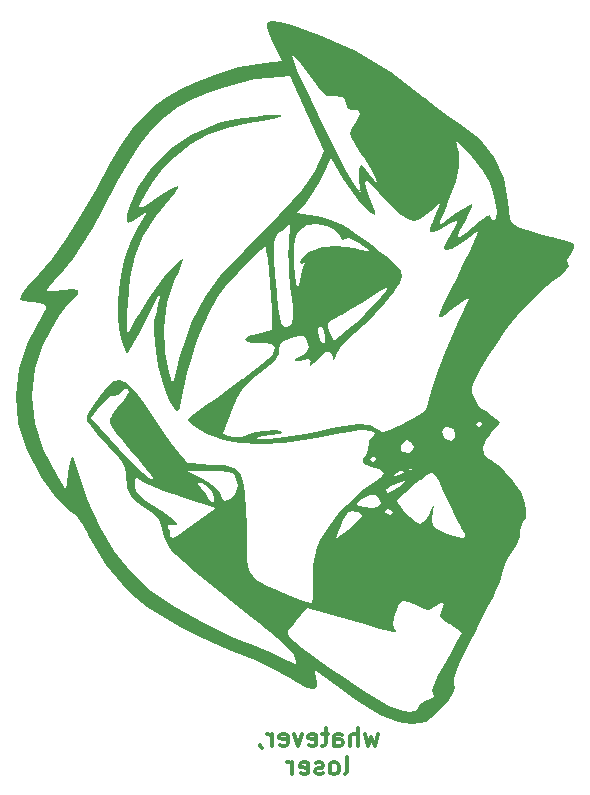
<source format=gbo>
G04 #@! TF.GenerationSoftware,KiCad,Pcbnew,6.0.8*
G04 #@! TF.CreationDate,2022-10-09T16:44:11-07:00*
G04 #@! TF.ProjectId,interposer,696e7465-7270-46f7-9365-722e6b696361,v4.0*
G04 #@! TF.SameCoordinates,Original*
G04 #@! TF.FileFunction,Legend,Bot*
G04 #@! TF.FilePolarity,Positive*
%FSLAX46Y46*%
G04 Gerber Fmt 4.6, Leading zero omitted, Abs format (unit mm)*
G04 Created by KiCad (PCBNEW 6.0.8) date 2022-10-09 16:44:11*
%MOMM*%
%LPD*%
G01*
G04 APERTURE LIST*
%ADD10C,0.300000*%
%ADD11C,7.200000*%
%ADD12C,2.300000*%
G04 APERTURE END LIST*
D10*
X105115714Y-68001071D02*
X104830000Y-69001071D01*
X104544285Y-68286785D01*
X104258571Y-69001071D01*
X103972857Y-68001071D01*
X103401428Y-69001071D02*
X103401428Y-67501071D01*
X102758571Y-69001071D02*
X102758571Y-68215357D01*
X102830000Y-68072500D01*
X102972857Y-68001071D01*
X103187142Y-68001071D01*
X103330000Y-68072500D01*
X103401428Y-68143928D01*
X101401428Y-69001071D02*
X101401428Y-68215357D01*
X101472857Y-68072500D01*
X101615714Y-68001071D01*
X101901428Y-68001071D01*
X102044285Y-68072500D01*
X101401428Y-68929642D02*
X101544285Y-69001071D01*
X101901428Y-69001071D01*
X102044285Y-68929642D01*
X102115714Y-68786785D01*
X102115714Y-68643928D01*
X102044285Y-68501071D01*
X101901428Y-68429642D01*
X101544285Y-68429642D01*
X101401428Y-68358214D01*
X100901428Y-68001071D02*
X100330000Y-68001071D01*
X100687142Y-67501071D02*
X100687142Y-68786785D01*
X100615714Y-68929642D01*
X100472857Y-69001071D01*
X100330000Y-69001071D01*
X99258571Y-68929642D02*
X99401428Y-69001071D01*
X99687142Y-69001071D01*
X99830000Y-68929642D01*
X99901428Y-68786785D01*
X99901428Y-68215357D01*
X99830000Y-68072500D01*
X99687142Y-68001071D01*
X99401428Y-68001071D01*
X99258571Y-68072500D01*
X99187142Y-68215357D01*
X99187142Y-68358214D01*
X99901428Y-68501071D01*
X98687142Y-68001071D02*
X98330000Y-69001071D01*
X97972857Y-68001071D01*
X96830000Y-68929642D02*
X96972857Y-69001071D01*
X97258571Y-69001071D01*
X97401428Y-68929642D01*
X97472857Y-68786785D01*
X97472857Y-68215357D01*
X97401428Y-68072500D01*
X97258571Y-68001071D01*
X96972857Y-68001071D01*
X96830000Y-68072500D01*
X96758571Y-68215357D01*
X96758571Y-68358214D01*
X97472857Y-68501071D01*
X96115714Y-69001071D02*
X96115714Y-68001071D01*
X96115714Y-68286785D02*
X96044285Y-68143928D01*
X95972857Y-68072500D01*
X95830000Y-68001071D01*
X95687142Y-68001071D01*
X95115714Y-68929642D02*
X95115714Y-69001071D01*
X95187142Y-69143928D01*
X95258571Y-69215357D01*
X102294285Y-71416071D02*
X102437142Y-71344642D01*
X102508571Y-71201785D01*
X102508571Y-69916071D01*
X101508571Y-71416071D02*
X101651428Y-71344642D01*
X101722857Y-71273214D01*
X101794285Y-71130357D01*
X101794285Y-70701785D01*
X101722857Y-70558928D01*
X101651428Y-70487500D01*
X101508571Y-70416071D01*
X101294285Y-70416071D01*
X101151428Y-70487500D01*
X101080000Y-70558928D01*
X101008571Y-70701785D01*
X101008571Y-71130357D01*
X101080000Y-71273214D01*
X101151428Y-71344642D01*
X101294285Y-71416071D01*
X101508571Y-71416071D01*
X100437142Y-71344642D02*
X100294285Y-71416071D01*
X100008571Y-71416071D01*
X99865714Y-71344642D01*
X99794285Y-71201785D01*
X99794285Y-71130357D01*
X99865714Y-70987500D01*
X100008571Y-70916071D01*
X100222857Y-70916071D01*
X100365714Y-70844642D01*
X100437142Y-70701785D01*
X100437142Y-70630357D01*
X100365714Y-70487500D01*
X100222857Y-70416071D01*
X100008571Y-70416071D01*
X99865714Y-70487500D01*
X98580000Y-71344642D02*
X98722857Y-71416071D01*
X99008571Y-71416071D01*
X99151428Y-71344642D01*
X99222857Y-71201785D01*
X99222857Y-70630357D01*
X99151428Y-70487500D01*
X99008571Y-70416071D01*
X98722857Y-70416071D01*
X98580000Y-70487500D01*
X98508571Y-70630357D01*
X98508571Y-70773214D01*
X99222857Y-70916071D01*
X97865714Y-71416071D02*
X97865714Y-70416071D01*
X97865714Y-70701785D02*
X97794285Y-70558928D01*
X97722857Y-70487500D01*
X97580000Y-70416071D01*
X97437142Y-70416071D01*
X106792571Y-52248000D02*
X106937714Y-52175428D01*
X107155428Y-52175428D01*
X107373142Y-52248000D01*
X107518285Y-52393142D01*
X107590857Y-52538285D01*
X107663428Y-52828571D01*
X107663428Y-53046285D01*
X107590857Y-53336571D01*
X107518285Y-53481714D01*
X107373142Y-53626857D01*
X107155428Y-53699428D01*
X107010285Y-53699428D01*
X106792571Y-53626857D01*
X106720000Y-53554285D01*
X106720000Y-53046285D01*
X107010285Y-53046285D01*
X105849142Y-52175428D02*
X105849142Y-52538285D01*
X106212000Y-52393142D02*
X105849142Y-52538285D01*
X105486285Y-52393142D01*
X106066857Y-52828571D02*
X105849142Y-52538285D01*
X105631428Y-52828571D01*
X104688000Y-52175428D02*
X104688000Y-52538285D01*
X105050857Y-52393142D02*
X104688000Y-52538285D01*
X104325142Y-52393142D01*
X104905714Y-52828571D02*
X104688000Y-52538285D01*
X104470285Y-52828571D01*
X103526857Y-52175428D02*
X103526857Y-52538285D01*
X103889714Y-52393142D02*
X103526857Y-52538285D01*
X103164000Y-52393142D01*
X103744571Y-52828571D02*
X103526857Y-52538285D01*
X103309142Y-52828571D01*
G36*
X118760855Y-25649221D02*
G01*
X119787255Y-25921587D01*
X119857104Y-25938870D01*
X120731784Y-26173472D01*
X121400824Y-26384651D01*
X121724299Y-26528562D01*
X121735156Y-26540524D01*
X121710096Y-26855050D01*
X121424836Y-27334051D01*
X121118653Y-27852876D01*
X121188104Y-28217908D01*
X121242863Y-28346568D01*
X121038010Y-28731950D01*
X120404788Y-29314234D01*
X119960854Y-29674005D01*
X118923742Y-30536067D01*
X118133482Y-31246175D01*
X117479267Y-31914770D01*
X116850289Y-32652295D01*
X116135742Y-33569190D01*
X115886859Y-33902227D01*
X115092507Y-35030828D01*
X114343223Y-36179550D01*
X113773395Y-37144976D01*
X113459974Y-37730699D01*
X113155780Y-38365467D01*
X113046139Y-38798443D01*
X113103997Y-39172329D01*
X113302300Y-39629827D01*
X113378128Y-39783668D01*
X113675985Y-40286156D01*
X113884723Y-40489472D01*
X113910132Y-40493501D01*
X114245462Y-40677224D01*
X114749193Y-41049766D01*
X115438582Y-41608823D01*
X115331288Y-41733333D01*
X114687522Y-42480392D01*
X114554525Y-42653026D01*
X114310926Y-42969224D01*
X113977688Y-43724293D01*
X113969905Y-43741928D01*
X114091094Y-44359660D01*
X114528786Y-44721568D01*
X114674384Y-44841957D01*
X115250055Y-45201887D01*
X115662927Y-45593137D01*
X115860957Y-45780796D01*
X116319770Y-46215582D01*
X117189417Y-47513118D01*
X117459257Y-48162014D01*
X117642762Y-48990266D01*
X117634851Y-49679435D01*
X117421569Y-50075490D01*
X117262053Y-50319899D01*
X117172549Y-50853616D01*
X117138265Y-51218864D01*
X117093403Y-51348309D01*
X116827871Y-52114467D01*
X116301136Y-52814706D01*
X116205249Y-52931550D01*
X115942721Y-53458441D01*
X115692670Y-54184313D01*
X115619388Y-54440239D01*
X115489287Y-54858043D01*
X115332754Y-55283606D01*
X115116373Y-55789523D01*
X114806727Y-56448389D01*
X114370397Y-57332801D01*
X113773968Y-58515354D01*
X113299693Y-59447934D01*
X112984023Y-60068644D01*
X112650370Y-60731269D01*
X112088878Y-61909806D01*
X111741142Y-62766075D01*
X111579651Y-63373108D01*
X111576891Y-63803938D01*
X111603985Y-64146190D01*
X111482832Y-64574348D01*
X111123507Y-65094195D01*
X110459561Y-65825980D01*
X110242110Y-66052328D01*
X109630060Y-66645825D01*
X109156426Y-66969463D01*
X108671253Y-67103418D01*
X108024585Y-67127864D01*
X106833412Y-66975206D01*
X105242862Y-66373867D01*
X103507179Y-65309436D01*
X102971218Y-64925665D01*
X101984171Y-64218261D01*
X101050855Y-63548746D01*
X99745827Y-62611976D01*
X99893099Y-63348336D01*
X99910775Y-63442895D01*
X99915514Y-64016600D01*
X99649421Y-64230243D01*
X99083911Y-64087945D01*
X98190405Y-63593829D01*
X97632500Y-63252859D01*
X96252189Y-62491011D01*
X94729226Y-61775528D01*
X92893137Y-61023699D01*
X91761552Y-60557760D01*
X90059623Y-59776107D01*
X88380581Y-58921314D01*
X86835861Y-58053825D01*
X85536895Y-57234087D01*
X84595114Y-56522544D01*
X83909653Y-55882601D01*
X82091697Y-53733608D01*
X80563828Y-51182723D01*
X80526555Y-51108910D01*
X80103231Y-50321500D01*
X79746531Y-49742051D01*
X79530280Y-49491377D01*
X79098607Y-49234700D01*
X78401303Y-48617877D01*
X77650421Y-47788061D01*
X76962177Y-46864144D01*
X76578138Y-46263602D01*
X75373804Y-43929832D01*
X74663129Y-41635317D01*
X74446112Y-39363859D01*
X75846954Y-39363859D01*
X76078020Y-41637962D01*
X76767448Y-43897265D01*
X77905366Y-46082160D01*
X78694755Y-47318243D01*
X78888237Y-45973818D01*
X78984700Y-45360891D01*
X79135483Y-44693134D01*
X79274184Y-44494802D01*
X79408320Y-44748181D01*
X79547247Y-45229344D01*
X80488269Y-48066991D01*
X81542752Y-50485607D01*
X82762714Y-52551123D01*
X84200171Y-54329465D01*
X85907139Y-55886564D01*
X87935635Y-57288349D01*
X90337674Y-58600747D01*
X90585426Y-58722947D01*
X91746692Y-59285179D01*
X92774274Y-59766471D01*
X93564507Y-60119042D01*
X94013726Y-60295111D01*
X94386992Y-60423815D01*
X95150222Y-60726747D01*
X96005882Y-61096997D01*
X96621893Y-61378069D01*
X97352715Y-61719265D01*
X97811275Y-61943022D01*
X97901253Y-61988883D01*
X98184215Y-62077602D01*
X98199304Y-61875467D01*
X97964620Y-61307470D01*
X97810965Y-61079474D01*
X97298479Y-60533797D01*
X96547929Y-59851896D01*
X96191273Y-59561569D01*
X97495932Y-59561569D01*
X97661311Y-59865136D01*
X98048223Y-60248284D01*
X98693447Y-60752948D01*
X99633764Y-61421062D01*
X100905953Y-62294563D01*
X102546792Y-63415384D01*
X103144780Y-63819032D01*
X104209092Y-64512881D01*
X105173074Y-65113474D01*
X105883390Y-65523915D01*
X106059260Y-65614028D01*
X106950511Y-65970108D01*
X107717284Y-66125006D01*
X108254446Y-66067929D01*
X108456863Y-65788086D01*
X108458641Y-65763839D01*
X108703490Y-65447787D01*
X109235909Y-65167339D01*
X109504759Y-65064252D01*
X109824988Y-64836541D01*
X109746400Y-64572173D01*
X109687700Y-64308038D01*
X109830392Y-63819141D01*
X110204164Y-63046710D01*
X110835001Y-61927618D01*
X111282324Y-61153520D01*
X111752600Y-60315411D01*
X112072577Y-59715157D01*
X112190239Y-59447934D01*
X112142220Y-59372587D01*
X111783819Y-59089268D01*
X111190505Y-58719382D01*
X111095294Y-58664577D01*
X110542184Y-58297815D01*
X110352656Y-58006680D01*
X110445364Y-57677419D01*
X110551053Y-57467131D01*
X110691195Y-56984112D01*
X110506396Y-56866172D01*
X110010221Y-57130366D01*
X109814514Y-57267733D01*
X109410982Y-57479082D01*
X109034568Y-57441067D01*
X108453848Y-57157761D01*
X107743933Y-56816493D01*
X107255848Y-56747726D01*
X106922446Y-57027989D01*
X106607696Y-57697016D01*
X106442238Y-58149814D01*
X106344081Y-58706025D01*
X106486639Y-59066624D01*
X106613719Y-59237445D01*
X106623815Y-59344720D01*
X106448903Y-59366690D01*
X106030280Y-59292805D01*
X105309244Y-59112513D01*
X104227093Y-58815262D01*
X102725123Y-58390500D01*
X99124441Y-57367274D01*
X98191904Y-58450030D01*
X97961201Y-58708997D01*
X97682656Y-59025434D01*
X97515307Y-59295647D01*
X97495932Y-59561569D01*
X96191273Y-59561569D01*
X95661189Y-59130067D01*
X95363110Y-58898938D01*
X94322599Y-58079472D01*
X93076743Y-57084803D01*
X91756602Y-56019926D01*
X90493234Y-54989839D01*
X89594891Y-54250014D01*
X88667503Y-53467586D01*
X88018312Y-52875339D01*
X87584528Y-52402481D01*
X87303363Y-51978216D01*
X87112029Y-51531750D01*
X86947736Y-50992289D01*
X86824152Y-50576737D01*
X86525523Y-49858289D01*
X86104441Y-49353415D01*
X85420325Y-48866456D01*
X84760893Y-48415591D01*
X84166856Y-47825498D01*
X83879059Y-47149961D01*
X83857997Y-46893968D01*
X84550980Y-46893968D01*
X84558325Y-47076508D01*
X84660031Y-47445855D01*
X84946137Y-47808060D01*
X85498175Y-48249833D01*
X86397681Y-48857882D01*
X86787770Y-49118953D01*
X87511782Y-49641122D01*
X87989503Y-50040574D01*
X88132843Y-50246796D01*
X88014538Y-50317677D01*
X87612519Y-50270402D01*
X87327511Y-50238923D01*
X87371474Y-50550664D01*
X87457053Y-50805889D01*
X87539216Y-51216445D01*
X87562917Y-51354103D01*
X87719859Y-51409883D01*
X88078223Y-51249809D01*
X88700710Y-50842381D01*
X89650019Y-50156105D01*
X91387293Y-48874629D01*
X88412543Y-47907840D01*
X88366830Y-47892953D01*
X87190865Y-47489395D01*
X86164102Y-47100248D01*
X85395592Y-46769159D01*
X85375791Y-46757838D01*
X89902293Y-46757838D01*
X89902655Y-46830873D01*
X90108528Y-47193164D01*
X90522493Y-47725393D01*
X90743136Y-47980527D01*
X91082638Y-48325542D01*
X91228722Y-48329732D01*
X91264390Y-48026819D01*
X91250067Y-47909843D01*
X91019972Y-47468983D01*
X90621388Y-47039420D01*
X90200199Y-46757067D01*
X89902293Y-46757838D01*
X85375791Y-46757838D01*
X84994387Y-46539774D01*
X84712009Y-46314723D01*
X84576085Y-46391836D01*
X84550980Y-46893968D01*
X83857997Y-46893968D01*
X83803922Y-46236734D01*
X83796206Y-45961262D01*
X83707953Y-45477578D01*
X83465836Y-44996840D01*
X83001740Y-44402726D01*
X82247549Y-43578915D01*
X82149084Y-43474525D01*
X81310479Y-42574946D01*
X80774180Y-41939224D01*
X80505214Y-41476680D01*
X80483426Y-41250478D01*
X80780015Y-41250478D01*
X83194252Y-43857592D01*
X83376534Y-44054051D01*
X84419493Y-45156434D01*
X85176975Y-45908776D01*
X85679834Y-46337871D01*
X85958924Y-46470515D01*
X86045098Y-46333504D01*
X85899320Y-46111916D01*
X85603504Y-45733632D01*
X88908824Y-45733632D01*
X90122736Y-46333504D01*
X90278431Y-46410443D01*
X90712874Y-46641064D01*
X91435262Y-47147114D01*
X91734465Y-47585294D01*
X91863917Y-48026819D01*
X91880580Y-48083652D01*
X92186439Y-48270326D01*
X92706373Y-48029215D01*
X93038918Y-47716731D01*
X93253490Y-47031602D01*
X93008886Y-46199315D01*
X93005181Y-46192440D01*
X92802679Y-45946679D01*
X92449713Y-45803713D01*
X91830678Y-45738410D01*
X90829964Y-45725639D01*
X88908824Y-45733632D01*
X85603504Y-45733632D01*
X85490705Y-45589386D01*
X84882732Y-44846087D01*
X84138956Y-43961120D01*
X83496899Y-43202273D01*
X82908118Y-42477153D01*
X82566678Y-41983425D01*
X82428196Y-41638491D01*
X82448292Y-41359755D01*
X82582584Y-41064621D01*
X82607281Y-41019506D01*
X83044271Y-40365634D01*
X83587255Y-39707386D01*
X83788100Y-39480556D01*
X84050889Y-39040488D01*
X83950524Y-38763433D01*
X83687386Y-38690174D01*
X83342753Y-39027616D01*
X83064728Y-39320905D01*
X82695263Y-39406682D01*
X82535386Y-39420037D01*
X82096162Y-39711258D01*
X81571963Y-40265004D01*
X80780015Y-41250478D01*
X80483426Y-41250478D01*
X80468608Y-41096637D01*
X80629389Y-40708417D01*
X80952583Y-40221341D01*
X81563247Y-39361077D01*
X82209066Y-38567743D01*
X82767599Y-38116406D01*
X83297097Y-38020637D01*
X83855813Y-38294003D01*
X84502000Y-38950076D01*
X85293909Y-40002424D01*
X86289793Y-41464617D01*
X86863003Y-42307427D01*
X87614318Y-43366094D01*
X88258336Y-44221067D01*
X88740643Y-44800862D01*
X89006822Y-45033992D01*
X89381202Y-45088349D01*
X90121190Y-45148048D01*
X91025490Y-45192201D01*
X92093258Y-45264704D01*
X92913328Y-45466127D01*
X93416380Y-45872859D01*
X93696971Y-46566469D01*
X93763842Y-47031602D01*
X93849660Y-47628531D01*
X93872156Y-47889375D01*
X93932737Y-48874629D01*
X93943498Y-49049633D01*
X93994655Y-50398306D01*
X94015768Y-51694117D01*
X94017326Y-52125998D01*
X94037396Y-53148318D01*
X94105627Y-53829692D01*
X94254320Y-54288242D01*
X94515773Y-54642090D01*
X94922286Y-55009359D01*
X95103258Y-55128945D01*
X95700381Y-55436164D01*
X96534312Y-55816725D01*
X97467752Y-56213145D01*
X98363405Y-56567937D01*
X99083972Y-56823619D01*
X99492157Y-56922704D01*
X99512514Y-56895220D01*
X99565689Y-56524069D01*
X99602750Y-55810068D01*
X99616667Y-54869196D01*
X99641533Y-53752026D01*
X99744698Y-52922457D01*
X99968118Y-52191697D01*
X100314291Y-51445098D01*
X101578553Y-51445098D01*
X101635396Y-51430983D01*
X102006118Y-51195314D01*
X102538693Y-50764559D01*
X103093632Y-50262965D01*
X103531443Y-49814776D01*
X103712637Y-49544239D01*
X103675172Y-49396929D01*
X103395014Y-49203921D01*
X105717647Y-49203921D01*
X105765161Y-49322928D01*
X106105873Y-49452941D01*
X106283744Y-49417107D01*
X106340196Y-49203921D01*
X106289227Y-49135913D01*
X105951970Y-48954902D01*
X105896375Y-48962029D01*
X105717647Y-49203921D01*
X103395014Y-49203921D01*
X103348171Y-49171650D01*
X102876486Y-49128012D01*
X102494873Y-49310983D01*
X102449792Y-49371083D01*
X102169832Y-49861235D01*
X101859826Y-50530373D01*
X101776106Y-50737002D01*
X101599982Y-51242719D01*
X101578553Y-51445098D01*
X100314291Y-51445098D01*
X100353751Y-51359993D01*
X100837224Y-50538572D01*
X101929402Y-49134299D01*
X102491223Y-48576552D01*
X103316458Y-48576552D01*
X103620546Y-48732401D01*
X103902556Y-48824492D01*
X104586662Y-48896047D01*
X105099805Y-48757278D01*
X105334482Y-48455857D01*
X105263843Y-48261433D01*
X106725817Y-48261433D01*
X106809187Y-48455857D01*
X106859230Y-48572561D01*
X107259511Y-49073753D01*
X107389027Y-49203921D01*
X107727642Y-49544239D01*
X107788637Y-49605541D01*
X108305609Y-50027381D01*
X108669424Y-50198730D01*
X108761322Y-50179976D01*
X109142918Y-49861830D01*
X109512843Y-49264907D01*
X109613081Y-49050481D01*
X109819826Y-48641359D01*
X109869090Y-48658435D01*
X109794761Y-49079411D01*
X109790388Y-49100998D01*
X109658817Y-49896609D01*
X109730011Y-50367670D01*
X110089433Y-50670767D01*
X110822549Y-50962486D01*
X111563084Y-51217714D01*
X112215301Y-51391753D01*
X112498868Y-51348309D01*
X112467056Y-51070827D01*
X112173136Y-50542753D01*
X112125254Y-50463433D01*
X111732662Y-49737667D01*
X111256746Y-48767927D01*
X110789874Y-47741282D01*
X110653115Y-47434037D01*
X110256098Y-46621426D01*
X109925485Y-46054916D01*
X109721819Y-45842157D01*
X109666169Y-45855671D01*
X109282461Y-46080771D01*
X108761570Y-46458261D01*
X108693666Y-46507471D01*
X108021695Y-47037329D01*
X107388457Y-47571904D01*
X106915861Y-48012752D01*
X106725817Y-48261433D01*
X105263843Y-48261433D01*
X105183192Y-48039454D01*
X104899037Y-47794435D01*
X104411497Y-47764037D01*
X103738209Y-48127354D01*
X103381551Y-48395524D01*
X103316458Y-48576552D01*
X102491223Y-48576552D01*
X103250472Y-47822809D01*
X103947806Y-47295758D01*
X105826615Y-47295758D01*
X105897211Y-47542368D01*
X105949881Y-47557226D01*
X106329674Y-47429305D01*
X106852732Y-47069213D01*
X107585294Y-46458261D01*
X106838235Y-46757800D01*
X106830036Y-46761093D01*
X106245939Y-47022058D01*
X105882714Y-47230955D01*
X105826615Y-47295758D01*
X103947806Y-47295758D01*
X104649886Y-46765120D01*
X105312922Y-46291286D01*
X105412572Y-46153485D01*
X106491828Y-46153485D01*
X106616969Y-46159479D01*
X107087255Y-45966666D01*
X107200984Y-45916513D01*
X107407237Y-45780796D01*
X107164206Y-45735149D01*
X106943214Y-45757478D01*
X106678174Y-45914098D01*
X106589216Y-45966666D01*
X106491828Y-46153485D01*
X105412572Y-46153485D01*
X105585682Y-45914098D01*
X105397957Y-45642999D01*
X105238141Y-45593137D01*
X107709804Y-45593137D01*
X107834314Y-45717647D01*
X107958824Y-45593137D01*
X107834314Y-45468627D01*
X107709804Y-45593137D01*
X105238141Y-45593137D01*
X104752569Y-45441640D01*
X104366816Y-45355022D01*
X103883134Y-45157854D01*
X103802697Y-44861793D01*
X103876597Y-44721568D01*
X104472549Y-44721568D01*
X104479785Y-44781090D01*
X104721569Y-44970588D01*
X104781091Y-44963352D01*
X104970588Y-44721568D01*
X104963352Y-44662046D01*
X104721569Y-44472549D01*
X104662047Y-44479785D01*
X104472549Y-44721568D01*
X103876597Y-44721568D01*
X104062479Y-44368858D01*
X104249152Y-43963601D01*
X107080513Y-43963601D01*
X107245596Y-44125603D01*
X107707538Y-44202836D01*
X108098102Y-43950613D01*
X108128269Y-43724293D01*
X107904642Y-43315566D01*
X107830818Y-43243731D01*
X107527915Y-43082273D01*
X107231190Y-43328554D01*
X107085310Y-43581542D01*
X107080513Y-43963601D01*
X104249152Y-43963601D01*
X104303302Y-43846045D01*
X104330919Y-43397142D01*
X104320543Y-43185807D01*
X104598531Y-42887814D01*
X104807460Y-42770048D01*
X104861071Y-42526064D01*
X104550041Y-42318865D01*
X103955584Y-42231372D01*
X103502653Y-42272510D01*
X102646597Y-42404467D01*
X101549119Y-42605694D01*
X100339574Y-42853921D01*
X99311092Y-43056571D01*
X97168195Y-43354058D01*
X95168997Y-43467756D01*
X93418466Y-43394183D01*
X92021569Y-43129857D01*
X91542308Y-42967636D01*
X90628695Y-42577082D01*
X92021569Y-42577082D01*
X92045785Y-42635882D01*
X92374163Y-42785515D01*
X92924822Y-42867845D01*
X93490086Y-42863163D01*
X93862284Y-42751763D01*
X94030201Y-42649411D01*
X94691172Y-42441192D01*
X95539662Y-42308110D01*
X96357339Y-42277028D01*
X96925871Y-42374811D01*
X97053780Y-42507834D01*
X96760563Y-42618272D01*
X96005882Y-42718037D01*
X95437922Y-42791299D01*
X94967827Y-42899904D01*
X94885294Y-42999911D01*
X95081484Y-43035125D01*
X95713143Y-43017168D01*
X96649741Y-42926609D01*
X97780767Y-42778443D01*
X98995709Y-42587667D01*
X100184055Y-42369276D01*
X101235294Y-42138266D01*
X102252091Y-41915196D01*
X103509305Y-41760348D01*
X104415556Y-41840469D01*
X105024674Y-42155809D01*
X105207966Y-42305302D01*
X105471650Y-42403282D01*
X105517462Y-42396014D01*
X110537623Y-42396014D01*
X110707092Y-42864829D01*
X110902106Y-43064054D01*
X111308204Y-43200897D01*
X111599490Y-42865846D01*
X111651280Y-42653026D01*
X111517132Y-42179631D01*
X111071569Y-41982353D01*
X110765520Y-42053558D01*
X110537623Y-42396014D01*
X105517462Y-42396014D01*
X105840088Y-42344830D01*
X106425901Y-42105984D01*
X107195922Y-41733333D01*
X113437255Y-41733333D01*
X113444491Y-41792855D01*
X113686275Y-41982353D01*
X113745797Y-41975116D01*
X113935294Y-41733333D01*
X113928058Y-41673811D01*
X113686275Y-41484313D01*
X113626753Y-41491550D01*
X113437255Y-41733333D01*
X107195922Y-41733333D01*
X107341712Y-41662778D01*
X108145030Y-41247272D01*
X108808111Y-40830111D01*
X109175163Y-40458554D01*
X109339705Y-40057459D01*
X109445375Y-39621396D01*
X109800666Y-38430151D01*
X110285829Y-37012711D01*
X110844675Y-35521952D01*
X111421015Y-34110747D01*
X111958660Y-32931971D01*
X112923287Y-30978647D01*
X112246447Y-31408555D01*
X111659644Y-31817198D01*
X111055519Y-32303545D01*
X111018286Y-32336993D01*
X110504405Y-32719845D01*
X110274977Y-32702646D01*
X110329111Y-32293076D01*
X110665918Y-31498813D01*
X111284508Y-30327536D01*
X111767422Y-29415157D01*
X112345269Y-28241665D01*
X112859648Y-27122276D01*
X113641209Y-25335728D01*
X112524079Y-26188452D01*
X112050458Y-26527340D01*
X111348242Y-26926020D01*
X110872872Y-27051589D01*
X110698039Y-26876290D01*
X110737908Y-26750808D01*
X110966745Y-26283141D01*
X111331085Y-25631192D01*
X111554890Y-25231264D01*
X111787995Y-24742004D01*
X111816205Y-24550980D01*
X111736321Y-24573183D01*
X111316207Y-24771031D01*
X110701807Y-25107210D01*
X110416053Y-25259113D01*
X109855632Y-25475938D01*
X109547172Y-25475276D01*
X109517560Y-25323879D01*
X109635577Y-24819827D01*
X109643782Y-24800000D01*
X110372642Y-24800000D01*
X110574054Y-24701620D01*
X111077790Y-24379637D01*
X111751025Y-23911321D01*
X112336165Y-23513755D01*
X112858814Y-23210717D01*
X113104452Y-23139092D01*
X113061564Y-23371572D01*
X112820996Y-23918108D01*
X112433739Y-24650320D01*
X112072319Y-25339304D01*
X111860121Y-25848209D01*
X111857111Y-26041208D01*
X112067136Y-25936527D01*
X112558272Y-25576442D01*
X113188235Y-25049019D01*
X113777057Y-24546493D01*
X114314767Y-24158734D01*
X114599149Y-24085915D01*
X114682353Y-24301960D01*
X114689589Y-24361482D01*
X114931373Y-24550980D01*
X115120622Y-24355225D01*
X115166412Y-23778836D01*
X115057232Y-22915279D01*
X114797759Y-21858792D01*
X114631347Y-21384980D01*
X114034667Y-20301485D01*
X113075959Y-19136634D01*
X111736791Y-17702941D01*
X111916575Y-18574509D01*
X111932209Y-18654715D01*
X111971879Y-19915592D01*
X111687746Y-21251374D01*
X111655853Y-21401309D01*
X110973731Y-23162460D01*
X110922290Y-23276667D01*
X110594640Y-24048453D01*
X110397749Y-24593485D01*
X110372642Y-24800000D01*
X109643782Y-24800000D01*
X109920226Y-24131956D01*
X110481444Y-22976801D01*
X109584998Y-23763890D01*
X109296625Y-23999734D01*
X108693827Y-24394477D01*
X108261433Y-24550049D01*
X107847444Y-24474173D01*
X107014981Y-24030890D01*
X106090799Y-23247852D01*
X105160237Y-22190004D01*
X104594643Y-21518583D01*
X104181868Y-21183110D01*
X104013137Y-21276476D01*
X104101327Y-21789103D01*
X104459314Y-22711411D01*
X104640657Y-23151357D01*
X104828492Y-23729760D01*
X104846501Y-24011015D01*
X104820785Y-24028845D01*
X104517340Y-23922423D01*
X104030284Y-23485103D01*
X103429601Y-22796068D01*
X102785273Y-21934501D01*
X102167283Y-20979584D01*
X101151365Y-19275835D01*
X100448685Y-20687375D01*
X100112194Y-21314656D01*
X99530212Y-22264472D01*
X98989981Y-23013673D01*
X98233957Y-23928431D01*
X99298841Y-24066495D01*
X99346503Y-24072848D01*
X100329992Y-24266264D01*
X101309530Y-24554582D01*
X102122154Y-24882239D01*
X102604902Y-25193675D01*
X102887572Y-25428414D01*
X103477275Y-25852975D01*
X104223530Y-26354335D01*
X104862195Y-26799640D01*
X105320794Y-27160389D01*
X105753026Y-27500397D01*
X106445261Y-28133350D01*
X106608714Y-28305974D01*
X107026591Y-28819578D01*
X107146576Y-29201425D01*
X107030371Y-29606904D01*
X106934718Y-29793227D01*
X106677517Y-30177665D01*
X106421945Y-30559668D01*
X105678406Y-31490010D01*
X104813821Y-32459282D01*
X103937911Y-33342517D01*
X103160395Y-34014743D01*
X102713322Y-34395909D01*
X102306121Y-34839162D01*
X102059390Y-35107737D01*
X101648594Y-35756862D01*
X101432177Y-36233389D01*
X101305637Y-36352919D01*
X101259494Y-36068137D01*
X101221799Y-35799861D01*
X100980017Y-35536539D01*
X100534862Y-35709374D01*
X99905299Y-36314912D01*
X99670185Y-36571249D01*
X99379283Y-36805762D01*
X99349477Y-36658664D01*
X99403397Y-36414167D01*
X99258729Y-36276574D01*
X98749571Y-36341164D01*
X98483132Y-36387506D01*
X98060291Y-36394287D01*
X98101244Y-36254431D01*
X98620588Y-36005882D01*
X99010956Y-35758474D01*
X99232145Y-35209964D01*
X99009878Y-34528738D01*
X98812352Y-34334971D01*
X98443361Y-34308274D01*
X97768593Y-34476479D01*
X97764205Y-34477795D01*
X97113849Y-34720456D01*
X96821033Y-35012426D01*
X96752941Y-35485674D01*
X96704745Y-35835135D01*
X96472795Y-36250047D01*
X95976479Y-36742325D01*
X95137009Y-37405580D01*
X94791987Y-37667941D01*
X94069993Y-38272016D01*
X93578092Y-38839034D01*
X93187971Y-39539135D01*
X92771323Y-40542457D01*
X92652718Y-40847900D01*
X92330627Y-41693785D01*
X92105970Y-42308915D01*
X92021569Y-42577082D01*
X90628695Y-42577082D01*
X90620954Y-42573773D01*
X89817451Y-42135197D01*
X89249678Y-41720297D01*
X89035511Y-41397461D01*
X89039285Y-41375495D01*
X89284147Y-41083509D01*
X89835642Y-40633992D01*
X90587583Y-40114706D01*
X91455727Y-39534409D01*
X92609779Y-38718874D01*
X93635895Y-37951834D01*
X93674437Y-37921823D01*
X94507357Y-37273439D01*
X95267935Y-36681680D01*
X95795884Y-36271253D01*
X96231538Y-35814890D01*
X96366367Y-35318698D01*
X96096691Y-34975039D01*
X95447190Y-34882229D01*
X95250223Y-34894985D01*
X94417205Y-34870891D01*
X93927690Y-34731916D01*
X93818499Y-34527966D01*
X94126448Y-34308945D01*
X94888356Y-34124759D01*
X95216848Y-34067331D01*
X95837277Y-33905512D01*
X96010122Y-33814129D01*
X100063812Y-33814129D01*
X100129582Y-34357871D01*
X100305645Y-34797797D01*
X100542227Y-35009804D01*
X100641101Y-34839162D01*
X100629238Y-34393725D01*
X100520320Y-33887673D01*
X100343484Y-33536948D01*
X100292784Y-33527447D01*
X100902656Y-33527447D01*
X101072613Y-34073585D01*
X101359804Y-34755994D01*
X102520675Y-33824566D01*
X102606062Y-33755033D01*
X103262229Y-33173739D01*
X103998588Y-32460937D01*
X104726176Y-31710778D01*
X105356028Y-31017412D01*
X105799180Y-30474991D01*
X105966667Y-30177665D01*
X105965425Y-30172154D01*
X105751023Y-30243528D01*
X105239787Y-30537152D01*
X104534804Y-30994236D01*
X103783067Y-31483557D01*
X102834412Y-32059794D01*
X102061504Y-32486717D01*
X101743834Y-32652561D01*
X101706681Y-32674340D01*
X101179202Y-32983543D01*
X100902744Y-33200853D01*
X100902656Y-33527447D01*
X100292784Y-33527447D01*
X100151655Y-33501000D01*
X100063812Y-33814129D01*
X96010122Y-33814129D01*
X96143394Y-33743668D01*
X96165521Y-33556803D01*
X96156939Y-32956728D01*
X96112599Y-32060221D01*
X96041441Y-30980676D01*
X95952408Y-29831483D01*
X95854440Y-28726037D01*
X95756480Y-27777729D01*
X95667467Y-27099952D01*
X95630198Y-26945967D01*
X96262012Y-26945967D01*
X96285755Y-27828393D01*
X96380483Y-29054473D01*
X96540400Y-30699623D01*
X96672763Y-31915464D01*
X96792438Y-32737465D01*
X96918239Y-33223990D01*
X97071302Y-33456307D01*
X97272762Y-33515686D01*
X97317340Y-33515139D01*
X97655176Y-33440593D01*
X97854220Y-33186166D01*
X97926817Y-32674340D01*
X97885308Y-31827600D01*
X97742035Y-30568430D01*
X97691255Y-30133985D01*
X97579978Y-28810785D01*
X97541289Y-27898048D01*
X97998039Y-27898048D01*
X98001586Y-28253740D01*
X98046877Y-29174740D01*
X98133343Y-29850185D01*
X98247059Y-30153921D01*
X98418802Y-30087992D01*
X98496079Y-29654207D01*
X98553503Y-29147610D01*
X98769942Y-28488872D01*
X98779002Y-28471877D01*
X98919261Y-28129479D01*
X98769942Y-28146410D01*
X98633036Y-28212593D01*
X98498964Y-28140080D01*
X98610243Y-27848394D01*
X98935079Y-27468135D01*
X99279967Y-27210106D01*
X100352511Y-26784092D01*
X101651591Y-26655834D01*
X103040686Y-26846017D01*
X103685851Y-27005836D01*
X104253851Y-27132354D01*
X104472549Y-27160389D01*
X104423756Y-27111477D01*
X104077634Y-26856312D01*
X103508567Y-26469426D01*
X103295245Y-26333406D01*
X102650838Y-26030357D01*
X102288206Y-26087872D01*
X102078836Y-26171229D01*
X101872405Y-25841959D01*
X101504163Y-25343358D01*
X100809794Y-24991732D01*
X99966034Y-24849096D01*
X99139318Y-24942260D01*
X98496079Y-25298039D01*
X98480698Y-25313573D01*
X98234035Y-25646307D01*
X98087149Y-26105597D01*
X98016372Y-26814994D01*
X97998039Y-27898048D01*
X97541289Y-27898048D01*
X97525563Y-27527041D01*
X97539302Y-26508855D01*
X97644125Y-24862642D01*
X96949513Y-25376190D01*
X96674653Y-25606469D01*
X96450665Y-25910421D01*
X96315050Y-26331782D01*
X96262012Y-26945967D01*
X95630198Y-26945967D01*
X95596345Y-26806099D01*
X95536583Y-26804444D01*
X95199986Y-27034757D01*
X94652129Y-27528437D01*
X93971279Y-28203919D01*
X93235701Y-28979638D01*
X92523661Y-29774029D01*
X91913424Y-30505527D01*
X91483257Y-31092567D01*
X91359474Y-31295028D01*
X90883054Y-32196518D01*
X90367317Y-33314753D01*
X89904052Y-34454332D01*
X89543344Y-35452830D01*
X89234965Y-36418209D01*
X88964255Y-37432685D01*
X88692062Y-38643759D01*
X88379232Y-40198937D01*
X88321217Y-40412017D01*
X88111757Y-40621765D01*
X87829745Y-40431092D01*
X87502602Y-39900517D01*
X87157742Y-39090561D01*
X86822586Y-38061744D01*
X86524549Y-36874585D01*
X86291050Y-35589606D01*
X86193403Y-34858723D01*
X86122735Y-33879647D01*
X86175950Y-33056715D01*
X86357049Y-32183399D01*
X86506845Y-31561074D01*
X86620646Y-30994813D01*
X86631529Y-30776470D01*
X86520003Y-30939412D01*
X86227299Y-31466811D01*
X85804005Y-32272390D01*
X85298039Y-33266666D01*
X84844048Y-34144071D01*
X84379635Y-34980005D01*
X84025997Y-35547633D01*
X83836029Y-35756862D01*
X83752281Y-35692858D01*
X83571012Y-35259964D01*
X83384930Y-34528674D01*
X83219941Y-33629049D01*
X83101950Y-32691147D01*
X83056863Y-31845028D01*
X83073748Y-31420550D01*
X83189538Y-30379713D01*
X83387891Y-29183949D01*
X83636587Y-27995961D01*
X83903406Y-26978450D01*
X84156128Y-26294117D01*
X84244147Y-26125380D01*
X84626474Y-25435740D01*
X85069037Y-24678298D01*
X85666402Y-23685028D01*
X84883485Y-24242514D01*
X84385553Y-24579057D01*
X83972069Y-24761261D01*
X83826048Y-24601564D01*
X83883619Y-24090240D01*
X84032945Y-23478726D01*
X84793840Y-21671209D01*
X85968754Y-19990156D01*
X87495753Y-18499725D01*
X89312903Y-17264072D01*
X91358269Y-16347353D01*
X91831830Y-16211957D01*
X92669800Y-16033424D01*
X93649038Y-15868085D01*
X94664310Y-15728469D01*
X95610382Y-15627107D01*
X96382020Y-15576530D01*
X96873990Y-15589266D01*
X96981059Y-15677847D01*
X96786062Y-15756175D01*
X96182794Y-15910676D01*
X95281195Y-16104407D01*
X94188850Y-16312901D01*
X92291521Y-16736508D01*
X90666329Y-17311382D01*
X89253764Y-18086546D01*
X87911257Y-19125882D01*
X87523676Y-19498427D01*
X86750014Y-20377212D01*
X85990047Y-21378689D01*
X85358642Y-22346647D01*
X84970662Y-23124879D01*
X84911700Y-23312288D01*
X84975862Y-23444253D01*
X85365899Y-23275461D01*
X85598542Y-23143031D01*
X86249815Y-22730269D01*
X86978508Y-22231704D01*
X87391340Y-21956564D01*
X87915677Y-21673047D01*
X88180710Y-21623193D01*
X88173729Y-21745568D01*
X87933715Y-22157352D01*
X87483004Y-22723443D01*
X86308138Y-24163459D01*
X85250748Y-25818153D01*
X84536338Y-27512429D01*
X84107827Y-29387802D01*
X83908129Y-31585784D01*
X83883776Y-32255254D01*
X83868705Y-33161159D01*
X83881945Y-33782828D01*
X83922850Y-34013725D01*
X83986603Y-33962078D01*
X84234715Y-33591804D01*
X84569130Y-32982071D01*
X84917066Y-32346040D01*
X85557615Y-31314303D01*
X86276072Y-30275911D01*
X87005404Y-29317486D01*
X87678581Y-28525650D01*
X88228570Y-27987026D01*
X88588339Y-27788235D01*
X88614898Y-27908231D01*
X88470658Y-28359389D01*
X88163082Y-29030734D01*
X87946885Y-29483864D01*
X87258063Y-31515741D01*
X86954672Y-33616607D01*
X87062409Y-35632353D01*
X87234819Y-36573839D01*
X87409204Y-37382000D01*
X87546350Y-37873529D01*
X87617542Y-38052419D01*
X87705393Y-38185226D01*
X87797537Y-38101448D01*
X87921966Y-37734162D01*
X88106675Y-37016445D01*
X88379658Y-35881372D01*
X88560877Y-35196018D01*
X89364899Y-33004708D01*
X90440977Y-30965088D01*
X91705089Y-29244842D01*
X91990396Y-28929536D01*
X92755225Y-28115879D01*
X93730543Y-27105082D01*
X94820634Y-25995878D01*
X95929783Y-24886999D01*
X96738181Y-24076506D01*
X97840482Y-22915462D01*
X98665024Y-21951424D01*
X99276571Y-21106466D01*
X99739888Y-20302663D01*
X100569190Y-18669052D01*
X99096850Y-15482748D01*
X97624510Y-12296443D01*
X95869274Y-12424245D01*
X94735953Y-12574379D01*
X93411273Y-12851806D01*
X92199839Y-13194622D01*
X90925487Y-13644579D01*
X89449514Y-14258139D01*
X88183307Y-14936858D01*
X87070073Y-15737326D01*
X86053019Y-16716130D01*
X85075355Y-17929861D01*
X84080287Y-19435107D01*
X83011022Y-21288458D01*
X81810770Y-23546502D01*
X80943044Y-25164683D01*
X80086485Y-26608504D01*
X79295079Y-27751957D01*
X78512255Y-28683137D01*
X78271238Y-28944010D01*
X77663022Y-29629139D01*
X77239391Y-30146854D01*
X77080392Y-30401112D01*
X77206063Y-30462068D01*
X77703517Y-30477093D01*
X78450000Y-30413715D01*
X78451622Y-30413513D01*
X79326467Y-30347929D01*
X79743389Y-30440595D01*
X79722399Y-30709757D01*
X79283508Y-31173660D01*
X78880111Y-31590269D01*
X78140522Y-32583209D01*
X77402941Y-33808081D01*
X76756787Y-35110590D01*
X76291480Y-36336440D01*
X76084120Y-37134561D01*
X75846954Y-39363859D01*
X74446112Y-39363859D01*
X74445833Y-39360939D01*
X74721635Y-37087577D01*
X75490257Y-34796110D01*
X76751417Y-32467419D01*
X77009965Y-32025755D01*
X77036775Y-31728710D01*
X76710363Y-31562456D01*
X75959804Y-31434446D01*
X75738709Y-31403107D01*
X75162627Y-31321283D01*
X74901471Y-31283914D01*
X74791579Y-31163436D01*
X74942056Y-30764068D01*
X75391988Y-30153101D01*
X76098866Y-29397501D01*
X76399273Y-29089916D01*
X77523069Y-27752368D01*
X78735244Y-26054100D01*
X79977796Y-24080300D01*
X81192724Y-21916157D01*
X82314625Y-19862260D01*
X83326747Y-18173631D01*
X84267943Y-16817024D01*
X85194481Y-15726309D01*
X86162626Y-14835359D01*
X87228646Y-14078044D01*
X88448806Y-13388236D01*
X89500677Y-12870827D01*
X91437348Y-12084236D01*
X93374631Y-11553024D01*
X95540743Y-11207001D01*
X96943251Y-11042251D01*
X96715265Y-10540490D01*
X97798688Y-10540490D01*
X97971882Y-11075982D01*
X98371187Y-12019305D01*
X98998395Y-13381507D01*
X99855299Y-15173633D01*
X100308232Y-16105105D01*
X101055528Y-17619829D01*
X101742804Y-18986590D01*
X102331530Y-20129967D01*
X102783172Y-20974537D01*
X103059199Y-21444880D01*
X103653280Y-22319148D01*
X103533193Y-21069378D01*
X103527467Y-21007561D01*
X103517016Y-20196291D01*
X103663987Y-19848215D01*
X103957743Y-19969587D01*
X104387651Y-20566666D01*
X104436662Y-20647739D01*
X104777800Y-21120653D01*
X105019045Y-21313725D01*
X105027045Y-21251374D01*
X104855239Y-20865361D01*
X104486346Y-20204847D01*
X103969276Y-19360825D01*
X103687503Y-18908844D01*
X103195836Y-18074152D01*
X102856169Y-17433019D01*
X102729412Y-17096671D01*
X102729437Y-17093506D01*
X102876361Y-16689001D01*
X103224058Y-16156577D01*
X103329888Y-16013137D01*
X103568184Y-15478901D01*
X103439832Y-15171136D01*
X102964267Y-15164092D01*
X102904961Y-15177829D01*
X102575855Y-15100053D01*
X102432076Y-14625492D01*
X102344007Y-14229302D01*
X102078627Y-14031076D01*
X101484314Y-14021226D01*
X101170430Y-14029073D01*
X100793757Y-13952770D01*
X100438754Y-13700320D01*
X100006206Y-13192246D01*
X99396895Y-12349068D01*
X99331159Y-12255902D01*
X98617840Y-11270536D01*
X98123459Y-10648814D01*
X97849811Y-10401783D01*
X97798688Y-10540490D01*
X96715265Y-10540490D01*
X96250090Y-9516713D01*
X95918553Y-8727656D01*
X95709269Y-8109182D01*
X95671592Y-7804411D01*
X95785037Y-7697198D01*
X96159509Y-7632551D01*
X96811589Y-7730452D01*
X97801351Y-8002074D01*
X99188863Y-8458589D01*
X99928045Y-8721922D01*
X103253291Y-10165287D01*
X106239734Y-11926595D01*
X108951336Y-14042430D01*
X109110792Y-14182399D01*
X110051502Y-14957479D01*
X110995990Y-15666411D01*
X111761679Y-16170914D01*
X112057973Y-16348510D01*
X113721056Y-17640996D01*
X114957677Y-19184634D01*
X115760622Y-20968159D01*
X116122675Y-22980305D01*
X116167452Y-23626609D01*
X116185717Y-23778836D01*
X116248656Y-24303388D01*
X116397598Y-24694265D01*
X116675135Y-24927697D01*
X117142124Y-25132139D01*
X117726068Y-25335728D01*
X117793647Y-25359289D01*
X118760855Y-25649221D01*
G37*
%LPC*%
D11*
X100000000Y-84650000D03*
D12*
X100000000Y-59650000D03*
M02*

</source>
